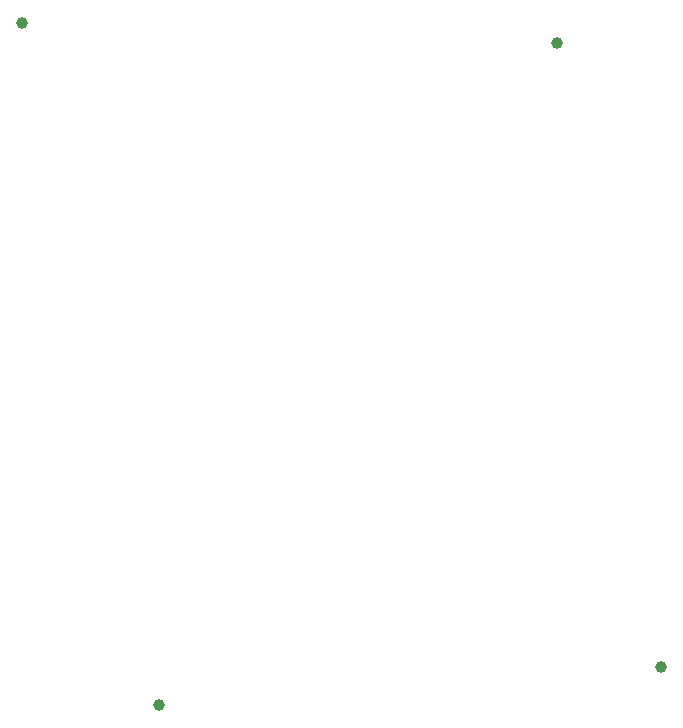
<source format=gbp>
%FSTAX23Y23*%
%MOIN*%
%SFA1B1*%

%IPPOS*%
%ADD19C,0.039370*%
%LNstrwl-p01-v01-1*%
%LPD*%
G54D19*
X01038Y00893D03*
X02713Y01018D03*
X02364Y031D03*
X00582Y03166D03*
M02*
</source>
